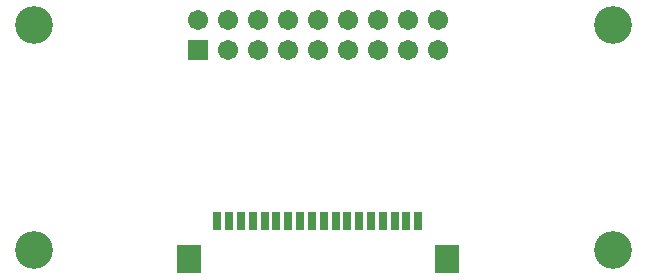
<source format=gbs>
G04*
G04 #@! TF.GenerationSoftware,Altium Limited,Altium Designer,23.9.2 (47)*
G04*
G04 Layer_Color=16711935*
%FSLAX44Y44*%
%MOMM*%
G71*
G04*
G04 #@! TF.SameCoordinates,A97D38AF-4598-4E32-B0B2-6C7805A74480*
G04*
G04*
G04 #@! TF.FilePolarity,Negative*
G04*
G01*
G75*
%ADD16C,1.7032*%
%ADD17R,1.7032X1.7032*%
%ADD18C,3.2032*%
%ADD25R,2.0032X2.4032*%
%ADD26R,0.8032X1.5032*%
D16*
X193800Y199440D02*
D03*
X219200D02*
D03*
X244600D02*
D03*
X270000D02*
D03*
X295400D02*
D03*
X168400Y224840D02*
D03*
X193800D02*
D03*
X219200D02*
D03*
X244600D02*
D03*
X270000D02*
D03*
X295400D02*
D03*
X320800Y199440D02*
D03*
Y224840D02*
D03*
X371600Y199440D02*
D03*
Y224840D02*
D03*
X346200Y199440D02*
D03*
Y224840D02*
D03*
D17*
X168400Y199440D02*
D03*
D18*
X520000Y30000D02*
D03*
Y220000D02*
D03*
X30000D02*
D03*
Y30000D02*
D03*
D25*
X161000Y22041D02*
D03*
X379000D02*
D03*
D26*
X325000Y54541D02*
D03*
X315000D02*
D03*
X335000D02*
D03*
X345000D02*
D03*
X355000D02*
D03*
X295000D02*
D03*
X285000D02*
D03*
X305000D02*
D03*
X275000D02*
D03*
X265000D02*
D03*
X255000D02*
D03*
X245000D02*
D03*
X235000D02*
D03*
X225000D02*
D03*
X215000D02*
D03*
X205000D02*
D03*
X195000D02*
D03*
X185000D02*
D03*
M02*

</source>
